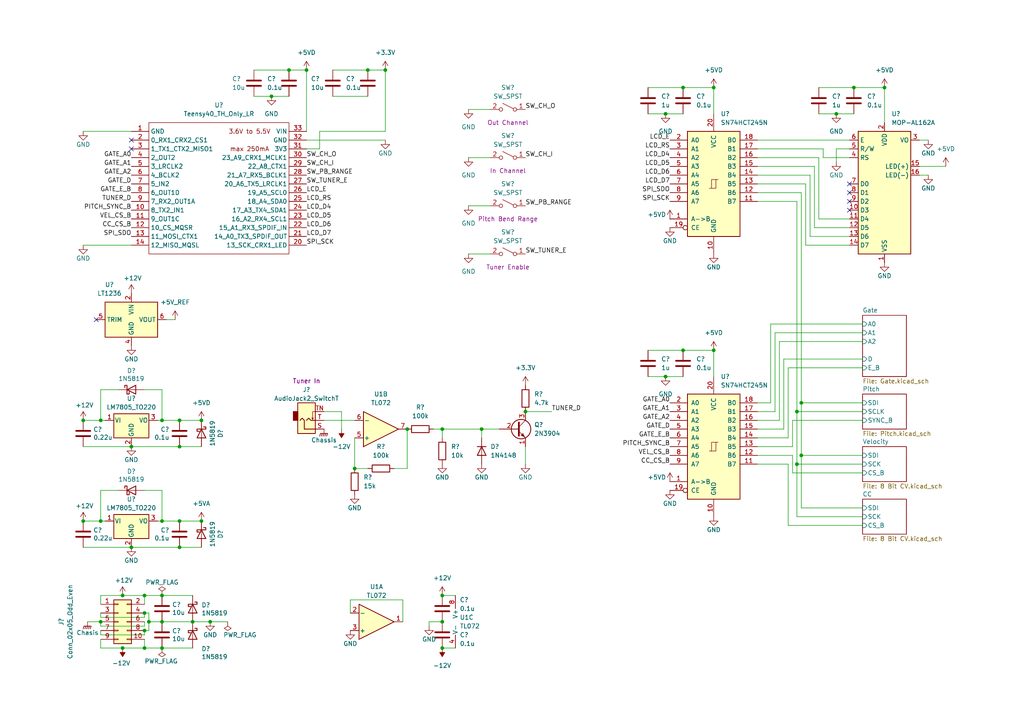
<source format=kicad_sch>
(kicad_sch (version 20211123) (generator eeschema)
  (paper "A4")
  (lib_symbols
    (symbol "74xx:74HC245" (pin_names (offset 1.016))
      (property "Reference" "U" (at -7.62 16.51 0))
      (property "Value" "74HC245" (at -7.62 -16.51 0))
      (symbol "74HC245_1_0"
        (pin input line (at -12.7 -10.16 0) (length 5.08) (name "A->B") (number "1"))
        (pin power_in line (at 0 -20.32 90) (length 5.08) (name "GND") (number "10"))
        (pin tri_state line (at 12.7 -5.08 180) (length 5.08) (name "B7") (number "11"))
        (pin tri_state line (at 12.7 -2.54 180) (length 5.08) (name "B6") (number "12"))
        (pin tri_state line (at 12.7 0 180) (length 5.08) (name "B5") (number "13"))
        (pin tri_state line (at 12.7 2.54 180) (length 5.08) (name "B4") (number "14"))
        (pin tri_state line (at 12.7 5.08 180) (length 5.08) (name "B3") (number "15"))
        (pin tri_state line (at 12.7 7.62 180) (length 5.08) (name "B2") (number "16"))
        (pin tri_state line (at 12.7 10.16 180) (length 5.08) (name "B1") (number "17"))
        (pin tri_state line (at 12.7 12.7 180) (length 5.08) (name "B0") (number "18"))
        (pin input inverted (at -12.7 -12.7 0) (length 5.08) (name "CE") (number "19"))
        (pin tri_state line (at -12.7 12.7 0) (length 5.08) (name "A0") (number "2"))
        (pin power_in line (at 0 20.32 270) (length 5.08) (name "VCC") (number "20"))
        (pin tri_state line (at -12.7 10.16 0) (length 5.08) (name "A1") (number "3"))
        (pin tri_state line (at -12.7 7.62 0) (length 5.08) (name "A2") (number "4"))
        (pin tri_state line (at -12.7 5.08 0) (length 5.08) (name "A3") (number "5"))
        (pin tri_state line (at -12.7 2.54 0) (length 5.08) (name "A4") (number "6"))
        (pin tri_state line (at -12.7 0 0) (length 5.08) (name "A5") (number "7"))
        (pin tri_state line (at -12.7 -2.54 0) (length 5.08) (name "A6") (number "8"))
        (pin tri_state line (at -12.7 -5.08 0) (length 5.08) (name "A7") (number "9"))
      )
    )
    (symbol "Amplifier_Operational:TL072" (pin_names (offset 0.127))
      (property "Reference" "U" (at 0 5.08 0))
      (property "Value" "TL072" (at 0 -5.08 0))
      (symbol "TL072_1_1"
        (pin output line (at 7.62 0 180) (length 2.54) (name "~") (number "1"))
        (pin input line (at -7.62 -2.54 0) (length 2.54) (name "-") (number "2"))
        (pin input line (at -7.62 2.54 0) (length 2.54) (name "+") (number "3"))
      )
      (symbol "TL072_2_1"
        (pin input line (at -7.62 2.54 0) (length 2.54) (name "+") (number "5"))
        (pin input line (at -7.62 -2.54 0) (length 2.54) (name "-") (number "6"))
        (pin output line (at 7.62 0 180) (length 2.54) (name "~") (number "7"))
      )
      (symbol "TL072_3_1"
        (pin power_in line (at -2.54 -7.62 90) (length 3.81) (name "V-") (number "4"))
        (pin power_in line (at -2.54 7.62 270) (length 3.81) (name "V+") (number "8"))
      )
    )
    (symbol "Connector:AudioJack2_SwitchT"
      (property "Reference" "J" (at 0 8.89 0))
      (property "Value" "AudioJack2_SwitchT" (at 0 6.35 0))
      (symbol "AudioJack2_SwitchT_1_1"
        (pin passive line (at 5.08 2.54 180) (length 2.54) (name "~") (number "S"))
        (pin passive line (at 5.08 0 180) (length 2.54) (name "~") (number "T"))
        (pin passive line (at 5.08 -2.54 180) (length 2.54) (name "~") (number "TN"))
      )
    )
    (symbol "Connector_Generic:Conn_02x05_Odd_Even" (pin_names (offset 1.016) hide)
      (property "Reference" "J" (at 1.27 7.62 0))
      (property "Value" "Conn_02x05_Odd_Even" (at 1.27 -7.62 0))
      (symbol "Conn_02x05_Odd_Even_1_1"
        (pin passive line (at -5.08 5.08 0) (length 3.81) (name "Pin_1") (number "1"))
        (pin passive line (at 7.62 -5.08 180) (length 3.81) (name "Pin_10") (number "10"))
        (pin passive line (at 7.62 5.08 180) (length 3.81) (name "Pin_2") (number "2"))
        (pin passive line (at -5.08 2.54 0) (length 3.81) (name "Pin_3") (number "3"))
        (pin passive line (at 7.62 2.54 180) (length 3.81) (name "Pin_4") (number "4"))
        (pin passive line (at -5.08 0 0) (length 3.81) (name "Pin_5") (number "5"))
        (pin passive line (at 7.62 0 180) (length 3.81) (name "Pin_6") (number "6"))
        (pin passive line (at -5.08 -2.54 0) (length 3.81) (name "Pin_7") (number "7"))
        (pin passive line (at 7.62 -2.54 180) (length 3.81) (name "Pin_8") (number "8"))
        (pin passive line (at -5.08 -5.08 0) (length 3.81) (name "Pin_9") (number "9"))
      )
    )
    (symbol "Custom:+5V_REF" (power) (in_bom no) (on_board no)
      (property "Value" "+5V_REF" (at 0 3.81 0))
      (symbol "+5V_REF_1_1"
        (pin power_in line (at 0 0 90) (length 0) hide (name "+5V_REF") (number "1"))
      )
    )
    (symbol "Custom:Chasis" (power) (in_bom no) (on_board no)
      (property "Value" "Chasis" (at 0 -3.175 0))
      (symbol "Chasis_1_1"
        (pin power_in line (at 0 0 270) (length 0) hide (name "Chasis") (number "1"))
      )
    )
    (symbol "Custom:Chassis" (power) (in_bom no) (on_board no)
      (property "Value" "Chassis" (at 0 -3.175 0))
      (symbol "Chassis_1_1"
        (pin power_in line (at 0 0 270) (length 0) hide (name "Chassis") (number "1"))
      )
    )
    (symbol "Custom:LT1236"
      (property "Reference" "U" (at -7.62 8.89 0))
      (property "Value" "LT1236" (at -7.62 6.35 0))
      (symbol "LT1236_1_1"
        (pin no_connect line (at -7.62 1.27 0) (length 2.54) hide (name "NC") (number "1"))
        (pin power_in line (at 0 6.35 270) (length 2.54) (name "VIN") (number "2"))
        (pin no_connect line (at -7.62 -3.81 0) (length 2.54) hide (name "NC") (number "3"))
        (pin power_in line (at 0 -8.89 90) (length 2.54) (name "GND") (number "4"))
        (pin input line (at -10.16 -1.27 0) (length 2.54) (name "TRIM") (number "5"))
        (pin power_out line (at 10.16 -1.27 180) (length 2.54) (name "VOUT") (number "6"))
        (pin no_connect line (at 7.62 -3.81 180) (length 2.54) hide (name "NC") (number "7"))
        (pin no_connect line (at 7.62 1.27 180) (length 2.54) hide (name "NC") (number "8"))
      )
    )
    (symbol "Custom:MOP-AL162A"
      (property "Reference" "U" (at -8.89 19.05 0))
      (property "Value" "MOP-AL162A" (at -8.89 -19.05 0))
      (symbol "MOP-AL162A_1_1"
        (pin power_in line (at 0 -20.32 90) (length 2.54) (name "VSS") (number "1"))
        (pin input line (at -10.16 -5.08 0) (length 2.54) (name "D3") (number "10"))
        (pin input line (at -10.16 -7.62 0) (length 2.54) (name "D4") (number "11"))
        (pin input line (at -10.16 -10.16 0) (length 2.54) (name "D5") (number "12"))
        (pin input line (at -10.16 -12.7 0) (length 2.54) (name "D6") (number "13"))
        (pin input line (at -10.16 -15.24 0) (length 2.54) (name "D7") (number "14"))
        (pin power_in line (at 10.16 7.62 180) (length 2.54) (name "LED(+)") (number "15"))
        (pin power_in line (at 10.16 5.08 180) (length 2.54) (name "LED(-)") (number "16"))
        (pin power_in line (at 0 20.32 270) (length 2.54) (name "VDD") (number "2"))
        (pin input line (at 10.16 15.24 180) (length 2.54) (name "VO") (number "3"))
        (pin input line (at -10.16 10.16 0) (length 2.54) (name "RS") (number "4"))
        (pin input line (at -10.16 12.7 0) (length 2.54) (name "R/W") (number "5"))
        (pin input line (at -10.16 15.24 0) (length 2.54) (name "E") (number "6"))
        (pin input line (at -10.16 2.54 0) (length 2.54) (name "D0") (number "7"))
        (pin input line (at -10.16 0 0) (length 2.54) (name "D1") (number "8"))
        (pin input line (at -10.16 -2.54 0) (length 2.54) (name "D2") (number "9"))
      )
    )
    (symbol "Custom:Teensy40_TH_Only_LR"
      (property "Reference" "U" (at 0 24.13 0))
      (property "Value" "Teensy40_TH_Only_LR" (at 0 21.59 0))
      (symbol "Teensy40_TH_Only_LR_0_0"
        (text "3.6V to 5.5V" (at 8.89 16.51 0) (effects (font (size 1.27 1.27))))
        (text "max 250mA" (at 8.89 11.43 0) (effects (font (size 1.27 1.27))))
        (pin bidirectional line (at -25.4 -6.35 0) (length 5.08) (name "8_TX2_IN1") (number "10"))
        (pin bidirectional line (at -25.4 -8.89 0) (length 5.08) (name "9_OUT1C") (number "11"))
        (pin bidirectional line (at -25.4 -11.43 0) (length 5.08) (name "10_CS_MQSR") (number "12"))
        (pin bidirectional line (at -25.4 -13.97 0) (length 5.08) (name "11_MOSI_CTX1") (number "13"))
        (pin bidirectional line (at -25.4 -16.51 0) (length 5.08) (name "12_MISO_MQSL") (number "14"))
        (pin bidirectional line (at 25.4 -16.51 180) (length 5.08) (name "13_SCK_CRX1_LED") (number "20"))
        (pin bidirectional line (at 25.4 -13.97 180) (length 5.08) (name "14_A0_TX3_SPDIF_OUT") (number "21"))
        (pin bidirectional line (at 25.4 -11.43 180) (length 5.08) (name "15_A1_RX3_SPDIF_IN") (number "22"))
        (pin bidirectional line (at 25.4 -8.89 180) (length 5.08) (name "16_A2_RX4_SCL1") (number "23"))
        (pin bidirectional line (at 25.4 -6.35 180) (length 5.08) (name "17_A3_TX4_SDA1") (number "24"))
        (pin bidirectional line (at 25.4 -3.81 180) (length 5.08) (name "18_A4_SDA0") (number "25"))
        (pin bidirectional line (at 25.4 -1.27 180) (length 5.08) (name "19_A5_SCL0") (number "26"))
        (pin bidirectional line (at 25.4 1.27 180) (length 5.08) (name "20_A6_TX5_LRCLK1") (number "27"))
        (pin bidirectional line (at 25.4 3.81 180) (length 5.08) (name "21_A7_RX5_BCLK1") (number "28"))
        (pin bidirectional line (at 25.4 6.35 180) (length 5.08) (name "22_A8_CTX1") (number "29"))
        (pin bidirectional line (at 25.4 8.89 180) (length 5.08) (name "23_A9_CRX1_MCLK1") (number "30"))
        (pin power_out line (at 25.4 11.43 180) (length 5.08) (name "3V3") (number "31"))
        (pin power_in line (at 25.4 13.97 180) (length 5.08) (name "GND") (number "32"))
        (pin power_in line (at 25.4 16.51 180) (length 5.08) (name "VIN") (number "33"))
        (pin bidirectional line (at -25.4 6.35 0) (length 5.08) (name "3_LRCLK2") (number "5"))
        (pin bidirectional line (at -25.4 3.81 0) (length 5.08) (name "4_BCLK2") (number "6"))
        (pin bidirectional line (at -25.4 1.27 0) (length 5.08) (name "5_IN2") (number "7"))
        (pin bidirectional line (at -25.4 -1.27 0) (length 5.08) (name "6_OUT1D") (number "8"))
        (pin bidirectional line (at -25.4 -3.81 0) (length 5.08) (name "7_RX2_OUT1A") (number "9"))
      )
      (symbol "Teensy40_TH_Only_LR_1_1"
        (pin power_in line (at -25.4 16.51 0) (length 5.08) (name "GND") (number "1"))
        (pin bidirectional line (at -25.4 13.97 0) (length 5.08) (name "0_RX1_CRX2_CS1") (number "2"))
        (pin bidirectional line (at -25.4 11.43 0) (length 5.08) (name "1_TX1_CTX2_MISO1") (number "3"))
        (pin bidirectional line (at -25.4 8.89 0) (length 5.08) (name "2_OUT2") (number "4"))
      )
    )
    (symbol "Device:C" (pin_numbers hide) (pin_names (offset 0.254))
      (property "Reference" "C" (at 0.635 2.54 0))
      (property "Value" "C" (at 0.635 -2.54 0))
      (symbol "C_1_1"
        (pin passive line (at 0 3.81 270) (length 2.794) (name "~") (number "1"))
        (pin passive line (at 0 -3.81 90) (length 2.794) (name "~") (number "2"))
      )
    )
    (symbol "Device:R" (pin_numbers hide) (pin_names (offset 0))
      (property "Reference" "R" (at 2.032 0 90))
      (property "Value" "R" (at 0 0 90))
      (symbol "R_1_1"
        (pin passive line (at 0 3.81 270) (length 1.27) (name "~") (number "1"))
        (pin passive line (at 0 -3.81 90) (length 1.27) (name "~") (number "2"))
      )
    )
    (symbol "Diode:1N4148" (pin_numbers hide) (pin_names hide)
      (property "Reference" "D" (at 0 2.54 0))
      (property "Value" "1N4148" (at 0 -2.54 0))
      (symbol "1N4148_1_1"
        (pin passive line (at -3.81 0 0) (length 2.54) (name "K") (number "1"))
        (pin passive line (at 3.81 0 180) (length 2.54) (name "A") (number "2"))
      )
    )
    (symbol "Diode:1N5819" (pin_numbers hide) (pin_names (offset 1.016) hide)
      (property "Reference" "D" (at 0 2.54 0))
      (property "Value" "1N5819" (at 0 -2.54 0))
      (symbol "1N5819_1_1"
        (pin passive line (at -3.81 0 0) (length 2.54) (name "K") (number "1"))
        (pin passive line (at 3.81 0 180) (length 2.54) (name "A") (number "2"))
      )
    )
    (symbol "Regulator_Linear:LM7805_TO220" (pin_names (offset 0.254))
      (property "Reference" "U" (at -3.81 3.175 0))
      (property "Value" "LM7805_TO220" (at 0 3.175 0))
      (symbol "LM7805_TO220_1_1"
        (pin power_in line (at -7.62 0 0) (length 2.54) (name "VI") (number "1"))
        (pin power_in line (at 0 -7.62 90) (length 2.54) (name "GND") (number "2"))
        (pin power_out line (at 7.62 0 180) (length 2.54) (name "VO") (number "3"))
      )
    )
    (symbol "Switch:SW_SPST" (pin_names (offset 0) hide)
      (property "Reference" "SW" (at 0 3.175 0))
      (property "Value" "SW_SPST" (at 0 -2.54 0))
      (symbol "SW_SPST_1_1"
        (pin passive line (at -5.08 0 0) (length 2.54) (name "A") (number "1"))
        (pin passive line (at 5.08 0 180) (length 2.54) (name "B") (number "2"))
      )
    )
    (symbol "Transistor_BJT:2N3904" (pin_names (offset 0) hide)
      (property "Reference" "Q" (at 5.08 1.905 0))
      (property "Value" "2N3904" (at 5.08 0 0))
      (symbol "2N3904_1_1"
        (pin passive line (at 2.54 -5.08 90) (length 2.54) (name "E") (number "1"))
        (pin passive line (at -5.08 0 0) (length 5.715) (name "B") (number "2"))
        (pin passive line (at 2.54 5.08 270) (length 2.54) (name "C") (number "3"))
      )
    )
    (symbol "power:+12V" (power) (pin_names (offset 0))
      (property "Value" "+12V" (at 0 3.556 0))
      (symbol "+12V_1_1"
        (pin power_in line (at 0 0 90) (length 0) hide (name "+12V") (number "1"))
      )
    )
    (symbol "power:+3.3V" (power) (pin_names (offset 0))
      (property "Value" "+3.3V" (at 0 3.556 0))
      (symbol "+3.3V_1_1"
        (pin power_in line (at 0 0 90) (length 0) hide (name "+3.3V") (number "1"))
      )
    )
    (symbol "power:+5VA" (power) (pin_names (offset 0))
      (property "Value" "+5VA" (at 0 3.556 0))
      (symbol "+5VA_1_1"
        (pin power_in line (at 0 0 90) (length 0) hide (name "+5VA") (number "1"))
      )
    )
    (symbol "power:+5VD" (power) (pin_names (offset 0))
      (property "Value" "+5VD" (at 0 3.556 0))
      (symbol "+5VD_1_1"
        (pin power_in line (at 0 0 90) (length 0) hide (name "+5VD") (number "1"))
      )
    )
    (symbol "power:-12V" (power) (pin_names (offset 0))
      (property "Value" "-12V" (at 0 3.81 0))
      (symbol "-12V_0_0"
        (pin power_in line (at 0 0 90) (length 0) hide (name "-12V") (number "1"))
      )
    )
    (symbol "power:GND" (power) (pin_names (offset 0))
      (property "Value" "GND" (at 0 -3.81 0))
      (symbol "GND_1_1"
        (pin power_in line (at 0 0 270) (length 0) hide (name "GND") (number "1"))
      )
    )
    (symbol "power:PWR_FLAG" (power) (pin_numbers hide) (pin_names (offset 0) hide)
      (property "Value" "PWR_FLAG" (at 0 3.81 0))
      (symbol "PWR_FLAG_0_0"
        (pin power_out line (at 0 0 90) (length 0) (name "pwr") (number "1"))
      )
    )
  )
  (junction (at 41.91 177.8))
  (junction (at 256.54 25.4))
  (junction (at 128.27 180.34))
  (junction (at 207.01 25.4))
  (junction (at 128.27 187.96))
  (junction (at 58.42 151.13))
  (junction (at 198.12 101.6))
  (junction (at 207.01 101.6))
  (junction (at 29.21 121.92))
  (junction (at 231.14 134.62))
  (junction (at 118.11 124.46))
  (junction (at 128.27 172.72))
  (junction (at 46.99 180.34))
  (junction (at 35.56 187.96))
  (junction (at 55.88 180.34))
  (junction (at 29.21 180.34))
  (junction (at 231.14 119.38))
  (junction (at 46.99 151.13))
  (junction (at 41.91 187.96))
  (junction (at 198.12 25.4))
  (junction (at 52.07 151.13))
  (junction (at 52.07 121.92))
  (junction (at 152.4 119.38))
  (junction (at 78.74 27.94))
  (junction (at 139.7 124.46))
  (junction (at 35.56 172.72))
  (junction (at 193.04 109.22))
  (junction (at 46.99 187.96))
  (junction (at 38.1 129.54))
  (junction (at 88.9 20.32))
  (junction (at 41.91 172.72))
  (junction (at 128.27 124.46))
  (junction (at 38.1 158.75))
  (junction (at 43.18 180.34))
  (junction (at 52.07 129.54))
  (junction (at 60.96 180.34))
  (junction (at 242.57 33.02))
  (junction (at 232.41 132.08))
  (junction (at 29.21 151.13))
  (junction (at 83.82 20.32))
  (junction (at 24.13 151.13))
  (junction (at 102.87 135.89))
  (junction (at 232.41 116.84))
  (junction (at 106.68 20.32))
  (junction (at 247.65 25.4))
  (junction (at 58.42 121.92))
  (junction (at 46.99 172.72))
  (junction (at 24.13 121.92))
  (junction (at 41.91 182.88))
  (junction (at 46.99 121.92))
  (junction (at 193.04 33.02))
  (junction (at 52.07 158.75))
  (junction (at 111.76 20.32))
  (no_connect (at 246.38 53.34))
  (no_connect (at 246.38 58.42))
  (no_connect (at 246.38 55.88))
  (no_connect (at 246.38 60.96))
  (no_connect (at 38.1 40.64))
  (no_connect (at 27.94 92.71))
  (no_connect (at 38.1 43.18))
  (wire (pts (xy 207.01 25.4) (xy 207.01 33.02)))
  (wire (pts (xy 29.21 187.96) (xy 35.56 187.96)))
  (wire (pts (xy 250.19 134.62) (xy 231.14 134.62)))
  (wire (pts (xy 29.21 182.88) (xy 29.21 184.15)))
  (wire (pts (xy 128.27 187.96) (xy 132.08 187.96)))
  (wire (pts (xy 73.66 27.94) (xy 78.74 27.94)))
  (wire (pts (xy 102.87 135.89) (xy 106.68 135.89)))
  (wire (pts (xy 207.01 101.6) (xy 207.01 109.22)))
  (wire (pts (xy 219.71 40.64) (xy 246.38 40.64)))
  (wire (pts (xy 125.73 124.46) (xy 128.27 124.46)))
  (wire (pts (xy 46.99 121.92) (xy 52.07 121.92)))
  (wire (pts (xy 88.9 20.32) (xy 88.9 38.1)))
  (wire (pts (xy 242.57 33.02) (xy 247.65 33.02)))
  (wire (pts (xy 219.71 127) (xy 228.6 127)))
  (wire (pts (xy 193.04 109.22) (xy 198.12 109.22)))
  (wire (pts (xy 228.6 106.68) (xy 250.19 106.68)))
  (wire (pts (xy 219.71 134.62) (xy 228.6 134.62)))
  (wire (pts (xy 43.18 180.34) (xy 46.99 180.34)))
  (wire (pts (xy 223.52 116.84) (xy 219.71 116.84)))
  (wire (pts (xy 228.6 127) (xy 228.6 106.68)))
  (wire (pts (xy 234.95 68.58) (xy 234.95 50.8)))
  (wire (pts (xy 223.52 93.98) (xy 250.19 93.98)))
  (wire (pts (xy 45.72 151.13) (xy 46.99 151.13)))
  (wire (pts (xy 111.76 38.1) (xy 111.76 20.32)))
  (wire (pts (xy 29.21 185.42) (xy 29.21 187.96)))
  (wire (pts (xy 29.21 151.13) (xy 29.21 142.24)))
  (wire (pts (xy 29.21 180.34) (xy 29.21 181.61)))
  (wire (pts (xy 256.54 25.4) (xy 256.54 35.56)))
  (wire (pts (xy 224.79 96.52) (xy 224.79 119.38)))
  (wire (pts (xy 96.52 20.32) (xy 106.68 20.32)))
  (wire (pts (xy 227.33 104.14) (xy 227.33 124.46)))
  (wire (pts (xy 93.98 119.38) (xy 99.06 119.38)))
  (wire (pts (xy 219.71 124.46) (xy 227.33 124.46)))
  (wire (pts (xy 142.24 45.72) (xy 135.89 45.72)))
  (wire (pts (xy 99.06 119.38) (xy 99.06 124.46)))
  (wire (pts (xy 219.71 129.54) (xy 229.87 129.54)))
  (wire (pts (xy 237.49 45.72) (xy 219.71 45.72)))
  (wire (pts (xy 41.91 187.96) (xy 46.99 187.96)))
  (wire (pts (xy 219.71 55.88) (xy 232.41 55.88)))
  (wire (pts (xy 41.91 185.42) (xy 41.91 187.96)))
  (wire (pts (xy 187.96 101.6) (xy 198.12 101.6)))
  (wire (pts (xy 41.91 113.03) (xy 46.99 113.03)))
  (wire (pts (xy 242.57 46.99) (xy 242.57 43.18)))
  (wire (pts (xy 46.99 151.13) (xy 52.07 151.13)))
  (wire (pts (xy 25.4 180.34) (xy 29.21 180.34)))
  (wire (pts (xy 246.38 63.5) (xy 237.49 63.5)))
  (wire (pts (xy 193.04 33.02) (xy 198.12 33.02)))
  (wire (pts (xy 223.52 93.98) (xy 223.52 116.84)))
  (wire (pts (xy 46.99 113.03) (xy 46.99 121.92)))
  (wire (pts (xy 236.22 48.26) (xy 236.22 66.04)))
  (wire (pts (xy 242.57 43.18) (xy 246.38 43.18)))
  (wire (pts (xy 38.1 129.54) (xy 52.07 129.54)))
  (wire (pts (xy 152.4 119.38) (xy 160.02 119.38)))
  (wire (pts (xy 142.24 59.69) (xy 135.89 59.69)))
  (wire (pts (xy 152.4 129.54) (xy 152.4 134.62)))
  (wire (pts (xy 233.68 71.12) (xy 246.38 71.12)))
  (wire (pts (xy 118.11 135.89) (xy 118.11 124.46)))
  (wire (pts (xy 266.7 48.26) (xy 274.32 48.26)))
  (wire (pts (xy 226.06 99.06) (xy 250.19 99.06)))
  (wire (pts (xy 232.41 132.08) (xy 232.41 116.84)))
  (wire (pts (xy 187.96 33.02) (xy 193.04 33.02)))
  (wire (pts (xy 38.1 158.75) (xy 52.07 158.75)))
  (wire (pts (xy 48.26 92.71) (xy 50.8 92.71)))
  (wire (pts (xy 52.07 121.92) (xy 58.42 121.92)))
  (wire (pts (xy 142.24 73.66) (xy 135.89 73.66)))
  (wire (pts (xy 246.38 68.58) (xy 234.95 68.58)))
  (wire (pts (xy 29.21 121.92) (xy 30.48 121.92)))
  (wire (pts (xy 52.07 129.54) (xy 58.42 129.54)))
  (wire (pts (xy 55.88 180.34) (xy 60.96 180.34)))
  (wire (pts (xy 78.74 27.94) (xy 83.82 27.94)))
  (wire (pts (xy 231.14 149.86) (xy 231.14 134.62)))
  (wire (pts (xy 219.71 119.38) (xy 224.79 119.38)))
  (wire (pts (xy 128.27 172.72) (xy 132.08 172.72)))
  (wire (pts (xy 228.6 134.62) (xy 228.6 152.4)))
  (wire (pts (xy 35.56 172.72) (xy 41.91 172.72)))
  (wire (pts (xy 187.96 25.4) (xy 198.12 25.4)))
  (wire (pts (xy 266.7 40.64) (xy 269.24 40.64)))
  (wire (pts (xy 46.99 180.34) (xy 55.88 180.34)))
  (wire (pts (xy 229.87 137.16) (xy 229.87 132.08)))
  (wire (pts (xy 43.18 180.34) (xy 43.18 182.88)))
  (wire (pts (xy 92.71 38.1) (xy 92.71 43.18)))
  (wire (pts (xy 233.68 53.34) (xy 233.68 71.12)))
  (wire (pts (xy 237.49 33.02) (xy 242.57 33.02)))
  (wire (pts (xy 29.21 179.07) (xy 41.91 179.07)))
  (wire (pts (xy 73.66 20.32) (xy 83.82 20.32)))
  (wire (pts (xy 29.21 113.03) (xy 34.29 113.03)))
  (wire (pts (xy 29.21 142.24) (xy 34.29 142.24)))
  (wire (pts (xy 229.87 129.54) (xy 229.87 121.92)))
  (wire (pts (xy 250.19 149.86) (xy 231.14 149.86)))
  (wire (pts (xy 101.6 177.8) (xy 101.6 173.99)))
  (wire (pts (xy 83.82 20.32) (xy 88.9 20.32)))
  (wire (pts (xy 46.99 187.96) (xy 55.88 187.96)))
  (wire (pts (xy 24.13 129.54) (xy 38.1 129.54)))
  (wire (pts (xy 228.6 152.4) (xy 250.19 152.4)))
  (wire (pts (xy 128.27 124.46) (xy 128.27 127)))
  (wire (pts (xy 29.21 177.8) (xy 29.21 179.07)))
  (wire (pts (xy 219.71 58.42) (xy 231.14 58.42)))
  (wire (pts (xy 238.76 45.72) (xy 246.38 45.72)))
  (wire (pts (xy 41.91 142.24) (xy 46.99 142.24)))
  (wire (pts (xy 43.18 182.88) (xy 41.91 182.88)))
  (wire (pts (xy 60.96 180.34) (xy 66.04 180.34)))
  (wire (pts (xy 219.71 121.92) (xy 226.06 121.92)))
  (wire (pts (xy 219.71 48.26) (xy 236.22 48.26)))
  (wire (pts (xy 24.13 151.13) (xy 29.21 151.13)))
  (wire (pts (xy 250.19 137.16) (xy 229.87 137.16)))
  (wire (pts (xy 124.46 180.34) (xy 128.27 180.34)))
  (wire (pts (xy 29.21 151.13) (xy 30.48 151.13)))
  (wire (pts (xy 237.49 63.5) (xy 237.49 45.72)))
  (wire (pts (xy 88.9 40.64) (xy 111.76 40.64)))
  (wire (pts (xy 24.13 121.92) (xy 29.21 121.92)))
  (wire (pts (xy 231.14 58.42) (xy 231.14 119.38)))
  (wire (pts (xy 232.41 147.32) (xy 232.41 132.08)))
  (wire (pts (xy 139.7 124.46) (xy 144.78 124.46)))
  (wire (pts (xy 52.07 158.75) (xy 58.42 158.75)))
  (wire (pts (xy 226.06 99.06) (xy 226.06 121.92)))
  (wire (pts (xy 92.71 43.18) (xy 88.9 43.18)))
  (wire (pts (xy 128.27 124.46) (xy 139.7 124.46)))
  (wire (pts (xy 24.13 38.1) (xy 38.1 38.1)))
  (wire (pts (xy 124.46 181.61) (xy 124.46 180.34)))
  (wire (pts (xy 41.91 172.72) (xy 46.99 172.72)))
  (wire (pts (xy 101.6 173.99) (xy 116.84 173.99)))
  (wire (pts (xy 116.84 173.99) (xy 116.84 180.34)))
  (wire (pts (xy 266.7 50.8) (xy 269.24 50.8)))
  (wire (pts (xy 139.7 124.46) (xy 139.7 127)))
  (wire (pts (xy 142.24 31.75) (xy 135.89 31.75)))
  (wire (pts (xy 237.49 25.4) (xy 247.65 25.4)))
  (wire (pts (xy 52.07 151.13) (xy 58.42 151.13)))
  (wire (pts (xy 92.71 38.1) (xy 111.76 38.1)))
  (wire (pts (xy 45.72 121.92) (xy 46.99 121.92)))
  (wire (pts (xy 41.91 184.15) (xy 41.91 182.88)))
  (wire (pts (xy 219.71 53.34) (xy 233.68 53.34)))
  (wire (pts (xy 93.98 121.92) (xy 102.87 121.92)))
  (wire (pts (xy 41.91 179.07) (xy 41.91 177.8)))
  (wire (pts (xy 247.65 25.4) (xy 256.54 25.4)))
  (wire (pts (xy 231.14 134.62) (xy 231.14 119.38)))
  (wire (pts (xy 236.22 66.04) (xy 246.38 66.04)))
  (wire (pts (xy 55.88 172.72) (xy 46.99 172.72)))
  (wire (pts (xy 106.68 20.32) (xy 111.76 20.32)))
  (wire (pts (xy 250.19 104.14) (xy 227.33 104.14)))
  (wire (pts (xy 232.41 55.88) (xy 232.41 116.84)))
  (wire (pts (xy 114.3 135.89) (xy 118.11 135.89)))
  (wire (pts (xy 29.21 175.26) (xy 29.21 172.72)))
  (wire (pts (xy 96.52 27.94) (xy 106.68 27.94)))
  (wire (pts (xy 46.99 142.24) (xy 46.99 151.13)))
  (wire (pts (xy 41.91 177.8) (xy 43.18 177.8)))
  (wire (pts (xy 41.91 175.26) (xy 41.91 172.72)))
  (wire (pts (xy 219.71 43.18) (xy 238.76 43.18)))
  (wire (pts (xy 234.95 50.8) (xy 219.71 50.8)))
  (wire (pts (xy 29.21 181.61) (xy 41.91 181.61)))
  (wire (pts (xy 187.96 109.22) (xy 193.04 109.22)))
  (wire (pts (xy 229.87 132.08) (xy 219.71 132.08)))
  (wire (pts (xy 229.87 121.92) (xy 250.19 121.92)))
  (wire (pts (xy 238.76 43.18) (xy 238.76 45.72)))
  (wire (pts (xy 102.87 127) (xy 102.87 135.89)))
  (wire (pts (xy 29.21 184.15) (xy 41.91 184.15)))
  (wire (pts (xy 198.12 25.4) (xy 207.01 25.4)))
  (wire (pts (xy 41.91 181.61) (xy 41.91 180.34)))
  (wire (pts (xy 224.79 96.52) (xy 250.19 96.52)))
  (wire (pts (xy 35.56 187.96) (xy 41.91 187.96)))
  (wire (pts (xy 24.13 158.75) (xy 38.1 158.75)))
  (wire (pts (xy 232.41 116.84) (xy 250.19 116.84)))
  (wire (pts (xy 29.21 121.92) (xy 29.21 113.03)))
  (wire (pts (xy 250.19 147.32) (xy 232.41 147.32)))
  (wire (pts (xy 250.19 132.08) (xy 232.41 132.08)))
  (wire (pts (xy 231.14 119.38) (xy 250.19 119.38)))
  (wire (pts (xy 43.18 177.8) (xy 43.18 180.34)))
  (wire (pts (xy 198.12 101.6) (xy 207.01 101.6)))
  (wire (pts (xy 24.13 71.12) (xy 38.1 71.12)))
  (wire (pts (xy 29.21 172.72) (xy 35.56 172.72)))
  (label "SPI_SDO" (at 194.31 55.88 180))
  (label "PITCH_SYNC_B" (at 194.31 129.54 180))
  (label "SW_TUNER_E" (at 152.4 73.66 0))
  (label "PITCH_SYNC_B" (at 38.1 60.96 180))
  (label "LCD_E" (at 88.9 55.88 0))
  (label "GATE_D" (at 38.1 53.34 180))
  (label "LCD_D7" (at 88.9 68.58 0))
  (label "CC_CS_B" (at 194.31 134.62 180))
  (label "GATE_A1" (at 38.1 48.26 180))
  (label "GATE_D" (at 194.31 124.46 180))
  (label "LCD_D5" (at 194.31 48.26 180))
  (label "LCD_E" (at 194.31 40.64 180))
  (label "SPI_SCK" (at 194.31 58.42 180))
  (label "TUNER_D" (at 38.1 58.42 180))
  (label "GATE_E_B" (at 194.31 127 180))
  (label "GATE_A0" (at 38.1 45.72 180))
  (label "GATE_E_B" (at 38.1 55.88 180))
  (label "SW_CH_I" (at 152.4 45.72 0))
  (label "VEL_CS_B" (at 194.31 132.08 180))
  (label "GATE_A0" (at 194.31 116.84 180))
  (label "SW_CH_O" (at 152.4 31.75 0))
  (label "CC_CS_B" (at 38.1 66.04 180))
  (label "LCD_RS" (at 88.9 58.42 0))
  (label "LCD_D6" (at 88.9 66.04 0))
  (label "GATE_A2" (at 38.1 50.8 180))
  (label "SPI_SDO" (at 38.1 68.58 180))
  (label "SPI_SCK" (at 88.9 71.12 0))
  (label "LCD_RS" (at 194.31 43.18 180))
  (label "TUNER_D" (at 160.02 119.38 0))
  (label "LCD_D4" (at 194.31 45.72 180))
  (label "SW_PB_RANGE" (at 152.4 59.69 0))
  (label "LCD_D5" (at 88.9 63.5 0))
  (label "SW_PB_RANGE" (at 88.9 50.8 0))
  (label "GATE_A1" (at 194.31 119.38 180))
  (label "LCD_D7" (at 194.31 53.34 180))
  (label "LCD_D6" (at 194.31 50.8 180))
  (label "LCD_D4" (at 88.9 60.96 0))
  (label "GATE_A2" (at 194.31 121.92 180))
  (label "SW_CH_I" (at 88.9 48.26 0))
  (label "SW_CH_O" (at 88.9 45.72 0))
  (label "VEL_CS_B" (at 38.1 63.5 180))
  (label "SW_TUNER_E" (at 88.9 53.34 0))
  (symbol (lib_id "Custom:Chasis") (at 25.4 180.34 0) (unit 1) (in_bom no) (on_board no)
    (property "Reference" "U?" (effects hide))
    (property "Value" "Chasis" (at 25.4 183.515 0))
  )
  (symbol (lib_id "Device:R") (at 128.27 130.81 180) (unit 1)
    (property "Reference" "R?" (at 130.81 129.5399 0) (effects (justify right)))
    (property "Value" "10k" (at 130.81 132.0799 0) (effects (justify right)))
  )
  (symbol (lib_id "power:-12V") (at 99.06 124.46 180) (unit 1)
    (property "Reference" "#PWR?" (effects hide))
    (property "Value" "-12V" (at 99.06 129.54 0))
  )
  (symbol (lib_id "power:GND") (at 102.87 143.51 0) (unit 1)
    (property "Reference" "#PWR?" (effects hide))
    (property "Value" "GND" (at 102.87 147.32 0))
  )
  (symbol (lib_id "Device:C") (at 198.12 105.41 0) (unit 1)
    (property "Reference" "C?" (at 201.93 104.1399 0) (effects (justify left)))
    (property "Value" "0.1u" (at 201.93 106.6799 0) (effects (justify left)))
  )
  (symbol (lib_id "Diode:1N5819") (at 58.42 125.73 270) (unit 1)
    (property "Reference" "D?" (at 63.9318 125.73 0))
    (property "Value" "1N5819" (at 61.6204 125.73 0))
    (property "Footprint" "Diode_THT:D_DO-41_SOD81_P10.16mm_Horizontal" (effects hide))
    (property "Datasheet" "http://www.vishay.com/docs/88525/1n5817.pdf" (effects hide))
  )
  (symbol (lib_id "Transistor_BJT:2N3904") (at 149.86 124.46 0) (unit 1)
    (property "Reference" "Q?" (at 154.94 123.1899 0) (effects (justify left)))
    (property "Value" "2N3904" (at 154.94 125.7299 0) (effects (justify left)))
    (property "Footprint" "Package_TO_SOT_THT:TO-92_Inline" (effects hide))
    (property "Datasheet" "https://www.onsemi.com/pub/Collateral/2N3903-D.PDF" (effects hide))
  )
  (symbol (lib_id "Device:R") (at 110.49 135.89 90) (unit 1)
    (property "Reference" "R?" (at 110.49 129.54 90))
    (property "Value" "100k" (at 110.49 132.08 90))
  )
  (symbol (lib_id "power:GND") (at 38.1 100.33 0) (unit 1)
    (property "Reference" "#PWR?" (effects hide))
    (property "Value" "GND" (at 38.1 104.14 0))
  )
  (symbol (lib_id "74xx:74HC245") (at 207.01 129.54 0) (unit 1)
    (property "Reference" "U?" (at 209.0294 109.22 0) (effects (justify left)))
    (property "Value" "SN74HCT245N" (at 209.0294 111.76 0) (effects (justify left)))
  )
  (symbol (lib_id "power:GND") (at 24.13 71.12 0) (unit 1)
    (property "Reference" "#PWR?" (effects hide))
    (property "Value" "GND" (at 24.13 74.93 0))
  )
  (symbol (lib_id "power:+5VD") (at 194.31 139.7 0) (unit 1)
    (property "Reference" "#PWR?" (effects hide))
    (property "Value" "+5VD" (at 190.5 138.43 0))
  )
  (symbol (lib_id "Device:R") (at 152.4 115.57 180) (unit 1)
    (property "Reference" "R?" (at 154.94 114.2999 0) (effects (justify right)))
    (property "Value" "4.7k" (at 154.94 116.8399 0) (effects (justify right)))
  )
  (symbol (lib_id "Device:C") (at 46.99 176.53 0) (unit 1)
    (property "Reference" "C?" (at 49.911 175.3616 0) (effects (justify left)))
    (property "Value" "10u" (at 49.911 177.673 0) (effects (justify left)))
    (property "Footprint" "Capacitor_THT:C_Disc_D5.0mm_W2.5mm_P5.00mm" (effects hide))
  )
  (symbol (lib_id "Diode:1N5819") (at 58.42 154.94 270) (unit 1)
    (property "Reference" "D?" (at 63.9318 154.94 0))
    (property "Value" "1N5819" (at 61.6204 154.94 0))
    (property "Footprint" "Diode_THT:D_DO-41_SOD81_P10.16mm_Horizontal" (effects hide))
    (property "Datasheet" "http://www.vishay.com/docs/88525/1n5817.pdf" (effects hide))
  )
  (symbol (lib_id "power:+5VD") (at 58.42 121.92 0) (unit 1)
    (property "Reference" "#PWR?" (effects hide))
    (property "Value" "+5VD" (at 58.42 116.84 0))
  )
  (symbol (lib_id "power:GND") (at 256.54 76.2 0) (unit 1)
    (property "Reference" "#PWR?" (effects hide))
    (property "Value" "GND" (at 256.54 80.01 0))
  )
  (symbol (lib_id "power:GND") (at 135.89 31.75 0) (mirror y) (unit 1)
    (property "Reference" "#PWR?" (effects hide))
    (property "Value" "GND" (at 135.89 36.83 0))
  )
  (symbol (lib_id "power:GND") (at 38.1 158.75 0) (unit 1)
    (property "Reference" "#PWR?" (effects hide))
    (property "Value" "GND" (at 38.1 162.56 0))
  )
  (symbol (lib_id "power:GND") (at 111.76 40.64 0) (unit 1)
    (property "Reference" "#PWR?" (effects hide))
    (property "Value" "GND" (at 111.76 44.45 0))
  )
  (symbol (lib_id "power:GND") (at 242.57 46.99 0) (unit 1)
    (property "Reference" "#PWR?" (effects hide))
    (property "Value" "GND" (at 242.57 50.8 0))
  )
  (symbol (lib_id "Connector:AudioJack2_SwitchT") (at 88.9 121.92 0) (mirror x) (unit 1)
    (property "Reference" "J?" (at 88.9 113.03 0))
    (property "Value" "AudioJack2_SwitchT" (at 88.9 115.57 0))
    (property "Footprint" "Connector_Audio:Jack_3.5mm_QingPu_WQP-PJ398SM_Vertical_CircularHoles" (effects hide))
    (property "Notes" "Tuner In" (at 88.9 110.49 0))
  )
  (symbol (lib_id "power:GND") (at 38.1 129.54 0) (unit 1)
    (property "Reference" "#PWR?" (effects hide))
    (property "Value" "GND" (at 38.1 133.35 0))
  )
  (symbol (lib_id "Device:C") (at 198.12 29.21 0) (unit 1)
    (property "Reference" "C?" (at 201.93 27.9399 0) (effects (justify left)))
    (property "Value" "0.1u" (at 201.93 30.4799 0) (effects (justify left)))
  )
  (symbol (lib_id "Device:C") (at 52.07 125.73 0) (mirror y) (unit 1)
    (property "Reference" "C?" (at 49.149 124.5616 0) (effects (justify left)))
    (property "Value" "0.1u" (at 49.149 126.873 0) (effects (justify left)))
    (property "Footprint" "Capacitor_THT:C_Disc_D5.0mm_W2.5mm_P5.00mm" (effects hide))
  )
  (symbol (lib_id "Amplifier_Operational:TL072") (at 110.49 124.46 0) (mirror x) (unit 2)
    (property "Reference" "U1" (at 110.49 114.3 0))
    (property "Value" "TL072" (at 110.49 116.84 0))
    (property "Datasheet" "http://www.ti.com/lit/ds/symlink/tl071.pdf" (effects hide))
  )
  (symbol (lib_id "power:GND") (at 242.57 33.02 0) (unit 1)
    (property "Reference" "#PWR?" (effects hide))
    (property "Value" "GND" (at 242.57 38.1 0))
  )
  (symbol (lib_id "Device:C") (at 106.68 24.13 0) (unit 1)
    (property "Reference" "C?" (at 100.33 22.86 0) (effects (justify left)))
    (property "Value" "0.1u" (at 100.33 25.4 0) (effects (justify left)))
  )
  (symbol (lib_id "power:+5VD") (at 274.32 48.26 0) (unit 1)
    (property "Reference" "#PWR?" (effects hide))
    (property "Value" "+5VD" (at 274.32 43.18 0))
  )
  (symbol (lib_id "Switch:SW_SPST") (at 147.32 59.69 0) (mirror y) (unit 1)
    (property "Reference" "SW?" (at 147.32 53.34 0))
    (property "Value" "SW_SPST" (at 147.32 55.88 0))
    (property "Notes" "Pitch Bend Range" (at 147.32 63.5 0))
  )
  (symbol (lib_id "Diode:1N5819") (at 38.1 142.24 0) (unit 1)
    (property "Reference" "D?" (at 38.1 136.7282 0))
    (property "Value" "1N5819" (at 38.1 139.0396 0))
    (property "Footprint" "Diode_THT:D_DO-41_SOD81_P10.16mm_Horizontal" (effects hide))
    (property "Datasheet" "http://www.vishay.com/docs/88525/1n5817.pdf" (effects hide))
  )
  (symbol (lib_id "power:+5VD") (at 207.01 101.6 0) (unit 1)
    (property "Reference" "#PWR?" (effects hide))
    (property "Value" "+5VD" (at 207.01 96.52 0))
  )
  (symbol (lib_id "power:GND") (at 60.96 180.34 0) (unit 1)
    (property "Reference" "#PWR?" (effects hide))
    (property "Value" "GND" (at 60.96 184.15 0))
  )
  (symbol (lib_id "power:+12V") (at 38.1 85.09 0) (unit 1)
    (property "Reference" "#PWR?" (effects hide))
    (property "Value" "+12V" (at 38.481 80.6958 0))
  )
  (symbol (lib_id "Switch:SW_SPST") (at 147.32 31.75 0) (mirror y) (unit 1)
    (property "Reference" "SW?" (at 147.32 25.4 0))
    (property "Value" "SW_SPST" (at 147.32 27.94 0))
    (property "Notes" "Out Channel" (at 147.32 35.56 0))
  )
  (symbol (lib_id "Switch:SW_SPST") (at 147.32 73.66 0) (mirror y) (unit 1)
    (property "Reference" "SW?" (at 147.32 67.31 0))
    (property "Value" "SW_SPST" (at 147.32 69.85 0))
    (property "Notes" "Tuner Enable" (at 147.32 77.47 0))
  )
  (symbol (lib_id "Device:C") (at 52.07 154.94 0) (mirror y) (unit 1)
    (property "Reference" "C?" (at 49.149 153.7716 0) (effects (justify left)))
    (property "Value" "0.1u" (at 49.149 156.083 0) (effects (justify left)))
    (property "Footprint" "Capacitor_THT:C_Disc_D5.0mm_W2.5mm_P5.00mm" (effects hide))
  )
  (symbol (lib_id "power:+5VD") (at 256.54 25.4 0) (unit 1)
    (property "Reference" "#PWR?" (effects hide))
    (property "Value" "+5VD" (at 256.54 20.32 0))
  )
  (symbol (lib_id "power:GND") (at 135.89 59.69 0) (mirror y) (unit 1)
    (property "Reference" "#PWR?" (effects hide))
    (property "Value" "GND" (at 135.89 64.77 0))
  )
  (symbol (lib_id "Amplifier_Operational:TL072") (at 109.22 180.34 0) (mirror x) (unit 1)
    (property "Reference" "U1" (at 109.22 170.18 0))
    (property "Value" "TL072" (at 109.22 172.72 0))
    (property "Datasheet" "http://www.ti.com/lit/ds/symlink/tl071.pdf" (effects hide))
  )
  (symbol (lib_id "power:GND") (at 24.13 38.1 0) (unit 1)
    (property "Reference" "#PWR?" (effects hide))
    (property "Value" "GND" (at 24.13 41.91 0))
  )
  (symbol (lib_id "power:+3.3V") (at 111.76 20.32 0) (unit 1)
    (property "Reference" "#PWR?" (effects hide))
    (property "Value" "+3.3V" (at 111.76 15.24 0))
  )
  (symbol (lib_id "Regulator_Linear:LM7805_TO220") (at 38.1 151.13 0) (unit 1)
    (property "Reference" "U?" (at 38.1 144.78 0))
    (property "Value" "LM7805_TO220" (at 38.1 147.32 0))
    (property "Footprint" "Package_TO_SOT_THT:TO-220-3_Vertical" (effects hide))
    (property "Datasheet" "https://www.onsemi.cn/PowerSolutions/document/MC7800-D.PDF" (effects hide))
  )
  (symbol (lib_id "Regulator_Linear:LM7805_TO220") (at 38.1 121.92 0) (unit 1)
    (property "Reference" "U?" (at 38.1 115.57 0))
    (property "Value" "LM7805_TO220" (at 38.1 118.11 0))
    (property "Footprint" "Package_TO_SOT_THT:TO-220-3_Vertical" (effects hide))
    (property "Datasheet" "https://www.onsemi.cn/PowerSolutions/document/MC7800-D.PDF" (effects hide))
  )
  (symbol (lib_id "power:GND") (at 194.31 142.24 0) (unit 1)
    (property "Reference" "#PWR?" (effects hide))
    (property "Value" "GND" (at 194.31 146.05 0))
  )
  (symbol (lib_id "Device:R") (at 121.92 124.46 90) (unit 1)
    (property "Reference" "R?" (at 121.92 118.11 90))
    (property "Value" "100k" (at 121.92 120.65 90))
  )
  (symbol (lib_id "power:PWR_FLAG") (at 46.99 187.96 180) (unit 1)
    (property "Reference" "#FLG?" (effects hide))
    (property "Value" "PWR_FLAG" (at 41.91 191.77 0) (effects (justify right)))
  )
  (symbol (lib_id "Amplifier_Operational:TL072") (at 134.62 180.34 0) (unit 3)
    (property "Reference" "U1" (at 133.35 179.0699 0) (effects (justify left)))
    (property "Value" "TL072" (at 133.35 181.6099 0) (effects (justify left)))
    (property "Datasheet" "http://www.ti.com/lit/ds/symlink/tl071.pdf" (effects hide))
  )
  (symbol (lib_id "Switch:SW_SPST") (at 147.32 45.72 0) (mirror y) (unit 1)
    (property "Reference" "SW?" (at 147.32 39.37 0))
    (property "Value" "SW_SPST" (at 147.32 41.91 0))
    (property "Notes" "In Channel" (at 147.32 49.53 0))
  )
  (symbol (lib_id "power:GND") (at 269.24 50.8 0) (unit 1)
    (property "Reference" "#PWR?" (effects hide))
    (property "Value" "GND" (at 269.24 54.61 0))
  )
  (symbol (lib_id "power:GND") (at 152.4 134.62 0) (unit 1)
    (property "Reference" "#PWR?" (effects hide))
    (property "Value" "GND" (at 152.4 138.43 0))
  )
  (symbol (lib_id "power:+12V") (at 35.56 172.72 0) (unit 1)
    (property "Reference" "#PWR?" (effects hide))
    (property "Value" "+12V" (at 35.941 168.3258 0))
  )
  (symbol (lib_id "Device:C") (at 46.99 184.15 0) (unit 1)
    (property "Reference" "C?" (at 49.911 182.9816 0) (effects (justify left)))
    (property "Value" "10u" (at 49.911 185.293 0) (effects (justify left)))
    (property "Footprint" "Capacitor_THT:C_Disc_D5.0mm_W2.5mm_P5.00mm" (effects hide))
  )
  (symbol (lib_id "Connector_Generic:Conn_02x05_Odd_Even") (at 34.29 180.34 0) (unit 1)
    (property "Reference" "J?" (at 17.78 180.34 90))
    (property "Value" "Conn_02x05_Odd_Even" (at 20.32 180.34 90))
    (property "Footprint" "Connector_PinHeader_2.54mm:PinHeader_2x05_P2.54mm_Vertical" (effects hide))
  )
  (symbol (lib_id "power:GND") (at 139.7 134.62 0) (unit 1)
    (property "Reference" "#PWR?" (effects hide))
    (property "Value" "GND" (at 139.7 138.43 0))
  )
  (symbol (lib_id "Diode:1N4148") (at 139.7 130.81 270) (unit 1)
    (property "Reference" "D?" (at 142.24 129.5399 90) (effects (justify left)))
    (property "Value" "1N4148" (at 142.24 132.0799 90) (effects (justify left)))
    (property "Footprint" "Diode_THT:D_DO-35_SOD27_P7.62mm_Horizontal" (effects hide))
    (property "Datasheet" "https://assets.nexperia.com/documents/data-sheet/1N4148_1N4448.pdf" (effects hide))
  )
  (symbol (lib_id "power:GND") (at 207.01 73.66 0) (unit 1)
    (property "Reference" "#PWR?" (effects hide))
    (property "Value" "GND" (at 207.01 77.47 0))
  )
  (symbol (lib_id "74xx:74HC245") (at 207.01 53.34 0) (unit 1)
    (property "Reference" "U?" (at 209.0294 33.02 0) (effects (justify left)))
    (property "Value" "SN74HCT245N" (at 209.0294 35.56 0) (effects (justify left)))
  )
  (symbol (lib_id "power:-12V") (at 35.56 187.96 180) (unit 1)
    (property "Reference" "#PWR?" (effects hide))
    (property "Value" "-12V" (at 35.179 192.3542 0))
  )
  (symbol (lib_id "Device:C") (at 237.49 29.21 0) (unit 1)
    (property "Reference" "C?" (at 241.3 27.9399 0) (effects (justify left)))
    (property "Value" "1u" (at 241.3 30.4799 0) (effects (justify left)))
  )
  (symbol (lib_id "Diode:1N5819") (at 38.1 113.03 0) (unit 1)
    (property "Reference" "D?" (at 38.1 107.5182 0))
    (property "Value" "1N5819" (at 38.1 109.8296 0))
    (property "Footprint" "Diode_THT:D_DO-41_SOD81_P10.16mm_Horizontal" (effects hide))
    (property "Datasheet" "http://www.vishay.com/docs/88525/1n5817.pdf" (effects hide))
  )
  (symbol (lib_id "power:GND") (at 193.04 109.22 0) (unit 1)
    (property "Reference" "#PWR?" (effects hide))
    (property "Value" "GND" (at 193.04 114.3 0))
  )
  (symbol (lib_id "Device:C") (at 83.82 24.13 0) (unit 1)
    (property "Reference" "C?" (at 77.47 22.86 0) (effects (justify left)))
    (property "Value" "0.1u" (at 77.47 25.4 0) (effects (justify left)))
  )
  (symbol (lib_id "Custom:Teensy40_TH_Only_LR") (at 63.5 54.61 0) (unit 1)
    (property "Reference" "U?" (at 63.5 30.48 0))
    (property "Value" "Teensy40_TH_Only_LR" (at 63.5 33.02 0))
  )
  (symbol (lib_id "power:GND") (at 269.24 40.64 0) (unit 1)
    (property "Reference" "#PWR?" (effects hide))
    (property "Value" "GND" (at 269.24 44.45 0))
  )
  (symbol (lib_id "Device:C") (at 73.66 24.13 0) (unit 1)
    (property "Reference" "C?" (at 67.31 22.86 0) (effects (justify left)))
    (property "Value" "10u" (at 67.31 25.4 0) (effects (justify left)))
  )
  (symbol (lib_id "Custom:Chassis") (at 93.98 124.46 0) (unit 1) (in_bom no) (on_board no)
    (property "Reference" "U?" (effects hide))
    (property "Value" "Chassis" (at 93.98 127.635 0))
  )
  (symbol (lib_id "power:+5VD") (at 88.9 20.32 0) (unit 1)
    (property "Reference" "#PWR?" (effects hide))
    (property "Value" "+5VD" (at 88.9 15.24 0))
  )
  (symbol (lib_id "Custom:LT1236") (at 38.1 91.44 0) (unit 1)
    (property "Reference" "U?" (at 31.75 82.55 0))
    (property "Value" "LT1236" (at 31.75 85.09 0))
  )
  (symbol (lib_id "power:GND") (at 135.89 73.66 0) (mirror y) (unit 1)
    (property "Reference" "#PWR?" (effects hide))
    (property "Value" "GND" (at 135.89 78.74 0))
  )
  (symbol (lib_id "Device:C") (at 187.96 105.41 0) (unit 1)
    (property "Reference" "C?" (at 191.77 104.1399 0) (effects (justify left)))
    (property "Value" "1u" (at 191.77 106.6799 0) (effects (justify left)))
  )
  (symbol (lib_id "Device:C") (at 24.13 154.94 0) (unit 1)
    (property "Reference" "C?" (at 27.051 153.7716 0) (effects (justify left)))
    (property "Value" "0.22u" (at 27.051 156.083 0) (effects (justify left)))
    (property "Footprint" "Capacitor_THT:C_Disc_D5.0mm_W2.5mm_P5.00mm" (effects hide))
  )
  (symbol (lib_id "Device:C") (at 247.65 29.21 0) (unit 1)
    (property "Reference" "C?" (at 251.46 27.9399 0) (effects (justify left)))
    (property "Value" "0.1u" (at 251.46 30.4799 0) (effects (justify left)))
  )
  (symbol (lib_id "Diode:1N5819") (at 55.88 176.53 270) (unit 1)
    (property "Reference" "D?" (at 58.42 175.4886 90) (effects (justify left)))
    (property "Value" "1N5819" (at 58.42 177.8 90) (effects (justify left)))
    (property "Footprint" "Diode_THT:D_DO-41_SOD81_P10.16mm_Horizontal" (effects hide))
    (property "Datasheet" "http://www.vishay.com/docs/88525/1n5817.pdf" (effects hide))
  )
  (symbol (lib_id "Device:C") (at 96.52 24.13 0) (unit 1)
    (property "Reference" "C?" (at 90.17 22.86 0) (effects (justify left)))
    (property "Value" "10u" (at 90.17 25.4 0) (effects (justify left)))
  )
  (symbol (lib_id "power:GND") (at 194.31 66.04 0) (unit 1)
    (property "Reference" "#PWR?" (effects hide))
    (property "Value" "GND" (at 194.31 69.85 0))
  )
  (symbol (lib_id "Custom:+5V_REF") (at 50.8 92.71 0) (unit 1) (in_bom no) (on_board no)
    (property "Reference" "#PWR?" (effects hide))
    (property "Value" "+5V_REF" (at 50.8 87.63 0))
  )
  (symbol (lib_id "Device:C") (at 128.27 176.53 180) (unit 1)
    (property "Reference" "C?" (at 133.35 173.99 0) (effects (justify right)))
    (property "Value" "0.1u" (at 133.35 176.53 0) (effects (justify right)))
  )
  (symbol (lib_id "power:+12V") (at 24.13 151.13 0) (unit 1)
    (property "Reference" "#PWR?" (effects hide))
    (property "Value" "+12V" (at 24.511 146.7358 0))
  )
  (symbol (lib_id "Diode:1N5819") (at 55.88 184.15 270) (unit 1)
    (property "Reference" "D?" (at 58.42 188.1886 90) (effects (justify left)))
    (property "Value" "1N5819" (at 58.42 190.5 90) (effects (justify left)))
    (property "Footprint" "Diode_THT:D_DO-41_SOD81_P10.16mm_Horizontal" (effects hide))
    (property "Datasheet" "http://www.vishay.com/docs/88525/1n5817.pdf" (effects hide))
  )
  (symbol (lib_id "power:GND") (at 124.46 181.61 0) (unit 1)
    (property "Reference" "#PWR?" (effects hide))
    (property "Value" "GND" (at 124.46 185.42 0))
  )
  (symbol (lib_id "power:GND") (at 101.6 182.88 0) (unit 1)
    (property "Reference" "#PWR?" (effects hide))
    (property "Value" "GND" (at 101.6 186.69 0))
  )
  (symbol (lib_id "Device:C") (at 128.27 184.15 180) (unit 1)
    (property "Reference" "C?" (at 133.35 184.15 0) (effects (justify right)))
    (property "Value" "0.1u" (at 133.35 186.69 0) (effects (justify right)))
  )
  (symbol (lib_id "Device:C") (at 187.96 29.21 0) (unit 1)
    (property "Reference" "C?" (at 191.77 27.9399 0) (effects (justify left)))
    (property "Value" "1u" (at 191.77 30.4799 0) (effects (justify left)))
  )
  (symbol (lib_id "power:+12V") (at 128.27 172.72 0) (unit 1)
    (property "Reference" "#PWR?" (effects hide))
    (property "Value" "+12V" (at 128.27 167.64 0))
  )
  (symbol (lib_id "power:PWR_FLAG") (at 46.99 172.72 0) (unit 1)
    (property "Reference" "#FLG?" (effects hide))
    (property "Value" "PWR_FLAG" (at 46.99 168.91 0))
  )
  (symbol (lib_id "power:GND") (at 207.01 149.86 0) (unit 1)
    (property "Reference" "#PWR?" (effects hide))
    (property "Value" "GND" (at 207.01 153.67 0))
  )
  (symbol (lib_id "Custom:MOP-AL162A") (at 256.54 55.88 0) (unit 1)
    (property "Reference" "U?" (at 258.5594 33.02 0) (effects (justify left)))
    (property "Value" "MOP-AL162A" (at 258.5594 35.56 0) (effects (justify left)))
  )
  (symbol (lib_id "power:GND") (at 193.04 33.02 0) (unit 1)
    (property "Reference" "#PWR?" (effects hide))
    (property "Value" "GND" (at 193.04 38.1 0))
  )
  (symbol (lib_id "Device:C") (at 24.13 125.73 0) (unit 1)
    (property "Reference" "C?" (at 27.051 124.5616 0) (effects (justify left)))
    (property "Value" "0.22u" (at 27.051 126.873 0) (effects (justify left)))
    (property "Footprint" "Capacitor_THT:C_Disc_D5.0mm_W2.5mm_P5.00mm" (effects hide))
  )
  (symbol (lib_id "power:+12V") (at 24.13 121.92 0) (unit 1)
    (property "Reference" "#PWR?" (effects hide))
    (property "Value" "+12V" (at 24.511 117.5258 0))
  )
  (symbol (lib_id "power:+5VD") (at 194.31 63.5 0) (unit 1)
    (property "Reference" "#PWR?" (effects hide))
    (property "Value" "+5VD" (at 190.5 62.23 0))
  )
  (symbol (lib_id "power:GND") (at 128.27 134.62 0) (unit 1)
    (property "Reference" "#PWR?" (effects hide))
    (property "Value" "GND" (at 128.27 138.43 0))
  )
  (symbol (lib_id "power:PWR_FLAG") (at 66.04 180.34 180) (unit 1)
    (property "Reference" "#FLG?" (effects hide))
    (property "Value" "PWR_FLAG" (at 64.77 184.15 0) (effects (justify right)))
  )
  (symbol (lib_id "power:+3.3V") (at 152.4 111.76 0) (unit 1)
    (property "Reference" "#PWR?" (effects hide))
    (property "Value" "+3.3V" (at 152.4 106.68 0))
  )
  (symbol (lib_id "power:-12V") (at 128.27 187.96 180) (unit 1)
    (property "Reference" "#PWR?" (effects hide))
    (property "Value" "-12V" (at 128.27 193.04 0))
  )
  (symbol (lib_id "Device:R") (at 102.87 139.7 180) (unit 1)
    (property "Reference" "R?" (at 105.41 138.4299 0) (effects (justify right)))
    (property "Value" "15k" (at 105.41 140.9699 0) (effects (justify right)))
  )
  (symbol (lib_id "power:GND") (at 78.74 27.94 0) (unit 1)
    (property "Reference" "#PWR?" (effects hide))
    (property "Value" "GND" (at 78.74 33.02 0))
  )
  (symbol (lib_id "power:+5VD") (at 207.01 25.4 0) (unit 1)
    (property "Reference" "#PWR?" (effects hide))
    (property "Value" "+5VD" (at 207.01 20.32 0))
  )
  (symbol (lib_id "power:GND") (at 135.89 45.72 0) (mirror y) (unit 1)
    (property "Reference" "#PWR?" (effects hide))
    (property "Value" "GND" (at 135.89 50.8 0))
  )
  (symbol (lib_id "power:+5VA") (at 58.42 151.13 0) (unit 1)
    (property "Reference" "#PWR?" (effects hide))
    (property "Value" "+5VA" (at 58.42 146.05 0))
  )
  (sheet (at 250.19 91.44) (size 12.7 17.78) (stroke (width 0.1524))
    (property "Sheet name" "Gate" (at 250.19 90.7284 0) (effects (justify left bottom)))
    (property "Sheet file" "Gate.kicad_sch" (at 250.19 109.8046 0) (effects (justify left top)))
    (pin "A2" input (at 250.19 99.06 180))
    (pin "A0" input (at 250.19 93.98 180))
    (pin "D" input (at 250.19 104.14 180))
    (pin "A1" input (at 250.19 96.52 180))
    (pin "E_B" input (at 250.19 106.68 180))
  )
  (sheet (at 250.19 129.54) (size 12.7 10.16) (stroke (width 0.1524))
    (property "Sheet name" "Velocity" (at 250.19 128.8284 0) (effects (justify left bottom)))
    (property "Sheet file" "8 Bit CV.kicad_sch" (at 250.19 140.2846 0) (effects (justify left top)))
    (pin "SCK" input (at 250.19 134.62 180))
    (pin "SDI" input (at 250.19 132.08 180))
    (pin "CS_B" input (at 250.19 137.16 180))
  )
  (sheet (at 250.19 144.78) (size 12.7 10.16) (stroke (width 0.1524))
    (property "Sheet name" "CC" (at 250.19 144.0684 0) (effects (justify left bottom)))
    (property "Sheet file" "8 Bit CV.kicad_sch" (at 250.19 155.5246 0) (effects (justify left top)))
    (pin "SCK" input (at 250.19 149.86 180))
    (pin "SDI" input (at 250.19 147.32 180))
    (pin "CS_B" input (at 250.19 152.4 180))
  )
  (sheet (at 250.19 114.3) (size 12.7 10.16) (stroke (width 0.1524))
    (property "Sheet name" "Pitch" (at 250.19 113.5884 0) (effects (justify left bottom)))
    (property "Sheet file" "Pitch.kicad_sch" (at 250.19 125.0446 0) (effects (justify left top)))
    (pin "SDI" input (at 250.19 116.84 180))
    (pin "SCLK" input (at 250.19 119.38 180))
    (pin "SYNC_B" input (at 250.19 121.92 180))
  )
)
</source>
